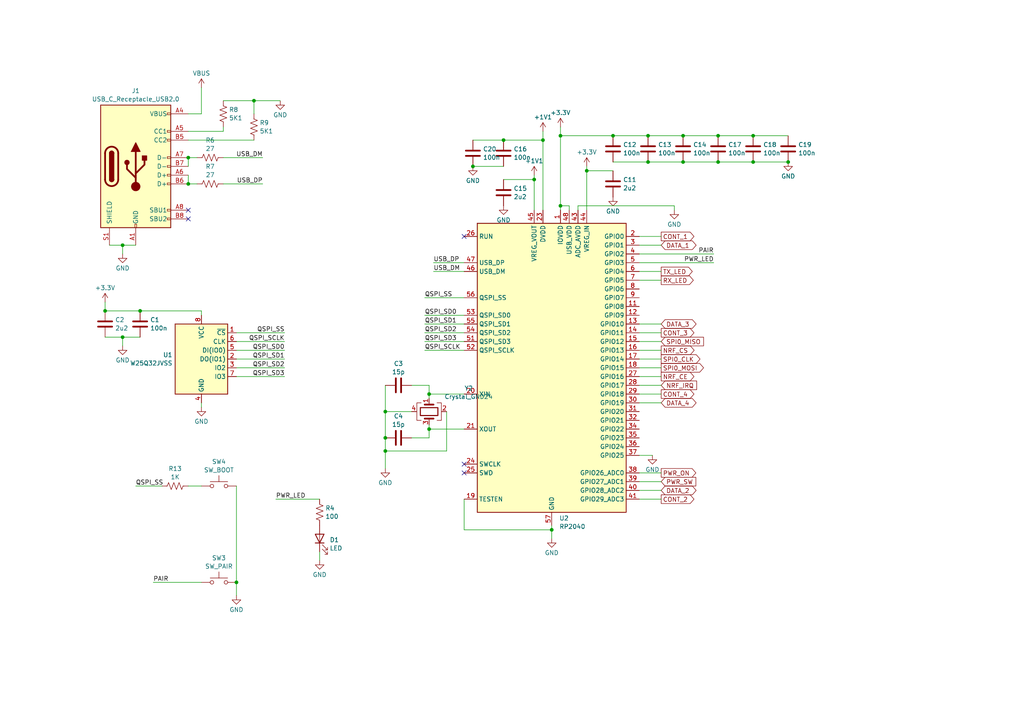
<source format=kicad_sch>
(kicad_sch (version 20230121) (generator eeschema)
  (paper "A4")
  (lib_symbols
    (symbol "Connector:USB_C_Receptacle_USB2.0" (pin_names (offset 1.016))
      (property "Reference" "J" (at -10.16 19.05 0))
      (property "Value" "USB_C_Receptacle_USB2.0" (at 19.05 19.05 0))
      (symbol "USB_C_Receptacle_USB2.0_0_0"
        (rectangle (start -0.254 -17.78) (end 0.254 -16.764))
        (rectangle (start 10.16 -14.986) (end 9.144 -15.494))
        (rectangle (start 10.16 -12.446) (end 9.144 -12.954))
        (rectangle (start 10.16 -4.826) (end 9.144 -5.334))
        (rectangle (start 10.16 -2.286) (end 9.144 -2.794))
        (rectangle (start 10.16 0.254) (end 9.144 -0.254))
        (rectangle (start 10.16 2.794) (end 9.144 2.286))
        (rectangle (start 10.16 7.874) (end 9.144 7.366))
        (rectangle (start 10.16 10.414) (end 9.144 9.906))
        (rectangle (start 10.16 15.494) (end 9.144 14.986))
      )
      (symbol "USB_C_Receptacle_USB2.0_0_1"
        (rectangle (start -10.16 17.78) (end 10.16 -17.78) (stroke (width 0.254)) (fill (type background)))
        (arc (start -8.89 -3.81) (mid -6.985 -5.7067) (end -5.08 -3.81) (stroke (width 0.508)))
        (arc (start -7.62 -3.81) (mid -6.985 -4.4423) (end -6.35 -3.81) (stroke (width 0.254)))
        (arc (start -7.62 -3.81) (mid -6.985 -4.4423) (end -6.35 -3.81) (stroke (width 0.254)) (fill (type outline)))
        (rectangle (start -7.62 -3.81) (end -6.35 3.81) (stroke (width 0.254)) (fill (type outline)))
        (arc (start -6.35 3.81) (mid -6.985 4.4423) (end -7.62 3.81) (stroke (width 0.254)))
        (arc (start -6.35 3.81) (mid -6.985 4.4423) (end -7.62 3.81) (stroke (width 0.254)) (fill (type outline)))
        (arc (start -5.08 3.81) (mid -6.985 5.7067) (end -8.89 3.81) (stroke (width 0.508)))
        (circle (center -2.54 1.143) (radius 0.635) (stroke (width 0.254)) (fill (type outline)))
        (circle (center 0 -5.842) (radius 1.27) (fill (type outline)))
        (polyline (pts (xy -8.89 -3.81) (xy -8.89 3.81)) (stroke (width 0.508)))
        (polyline (pts (xy -5.08 3.81) (xy -5.08 -3.81)) (stroke (width 0.508)))
        (polyline (pts (xy 0 -5.842) (xy 0 4.318)) (stroke (width 0.508)))
        (polyline (pts (xy 0 -3.302) (xy -2.54 -0.762) (xy -2.54 0.508)) (stroke (width 0.508)))
        (polyline (pts (xy 0 -2.032) (xy 2.54 0.508) (xy 2.54 1.778)) (stroke (width 0.508)))
        (polyline (pts (xy -1.27 4.318) (xy 0 6.858) (xy 1.27 4.318) (xy -1.27 4.318)) (stroke (width 0.254)) (fill (type outline)))
        (rectangle (start 1.905 1.778) (end 3.175 3.048) (stroke (width 0.254)) (fill (type outline)))
      )
      (symbol "USB_C_Receptacle_USB2.0_1_1"
        (pin passive line (at 0 -22.86 90) (length 5.08) (name "GND") (number "A1"))
        (pin passive line (at 0 -22.86 90) (length 5.08) hide (name "GND") (number "A12"))
        (pin passive line (at 15.24 15.24 180) (length 5.08) (name "VBUS") (number "A4"))
        (pin bidirectional line (at 15.24 10.16 180) (length 5.08) (name "CC1") (number "A5"))
        (pin bidirectional line (at 15.24 -2.54 180) (length 5.08) (name "D+") (number "A6"))
        (pin bidirectional line (at 15.24 2.54 180) (length 5.08) (name "D-") (number "A7"))
        (pin bidirectional line (at 15.24 -12.7 180) (length 5.08) (name "SBU1") (number "A8"))
        (pin passive line (at 15.24 15.24 180) (length 5.08) hide (name "VBUS") (number "A9"))
        (pin passive line (at 0 -22.86 90) (length 5.08) hide (name "GND") (number "B1"))
        (pin passive line (at 0 -22.86 90) (length 5.08) hide (name "GND") (number "B12"))
        (pin passive line (at 15.24 15.24 180) (length 5.08) hide (name "VBUS") (number "B4"))
        (pin bidirectional line (at 15.24 7.62 180) (length 5.08) (name "CC2") (number "B5"))
        (pin bidirectional line (at 15.24 -5.08 180) (length 5.08) (name "D+") (number "B6"))
        (pin bidirectional line (at 15.24 0 180) (length 5.08) (name "D-") (number "B7"))
        (pin bidirectional line (at 15.24 -15.24 180) (length 5.08) (name "SBU2") (number "B8"))
        (pin passive line (at 15.24 15.24 180) (length 5.08) hide (name "VBUS") (number "B9"))
        (pin passive line (at -7.62 -22.86 90) (length 5.08) (name "SHIELD") (number "S1"))
      )
    )
    (symbol "Device:C" (pin_numbers hide) (pin_names (offset 0.254))
      (property "Reference" "C" (at 0.635 2.54 0))
      (property "Value" "C" (at 0.635 -2.54 0))
      (symbol "C_0_1"
        (polyline (pts (xy -2.032 -0.762) (xy 2.032 -0.762)) (stroke (width 0.508)))
        (polyline (pts (xy -2.032 0.762) (xy 2.032 0.762)) (stroke (width 0.508)))
      )
      (symbol "C_1_1"
        (pin passive line (at 0 3.81 270) (length 2.794) (name "~") (number "1"))
        (pin passive line (at 0 -3.81 90) (length 2.794) (name "~") (number "2"))
      )
    )
    (symbol "Device:Crystal_GND24" (pin_names (offset 1.016) hide)
      (property "Reference" "Y" (at 3.175 5.08 0))
      (property "Value" "Crystal_GND24" (at 3.175 3.175 0))
      (symbol "Crystal_GND24_0_1"
        (rectangle (start -1.143 2.54) (end 1.143 -2.54) (stroke (width 0.3048)))
        (polyline (pts (xy -2.54 0) (xy -2.032 0)))
        (polyline (pts (xy -2.032 -1.27) (xy -2.032 1.27)) (stroke (width 0.508)))
        (polyline (pts (xy 0 -3.81) (xy 0 -3.556)))
        (polyline (pts (xy 0 3.556) (xy 0 3.81)))
        (polyline (pts (xy 2.032 -1.27) (xy 2.032 1.27)) (stroke (width 0.508)))
        (polyline (pts (xy 2.032 0) (xy 2.54 0)))
        (polyline (pts (xy -2.54 -2.286) (xy -2.54 -3.556) (xy 2.54 -3.556) (xy 2.54 -2.286)))
        (polyline (pts (xy -2.54 2.286) (xy -2.54 3.556) (xy 2.54 3.556) (xy 2.54 2.286)))
      )
      (symbol "Crystal_GND24_1_1"
        (pin passive line (at -3.81 0 0) (length 1.27) (name "1") (number "1"))
        (pin passive line (at 0 5.08 270) (length 1.27) (name "2") (number "2"))
        (pin passive line (at 3.81 0 180) (length 1.27) (name "3") (number "3"))
        (pin passive line (at 0 -5.08 90) (length 1.27) (name "4") (number "4"))
      )
    )
    (symbol "Device:LED" (pin_numbers hide) (pin_names (offset 1.016) hide)
      (property "Reference" "D" (at 0 2.54 0))
      (property "Value" "LED" (at 0 -2.54 0))
      (symbol "LED_0_1"
        (polyline (pts (xy -1.27 -1.27) (xy -1.27 1.27)) (stroke (width 0.254)))
        (polyline (pts (xy -1.27 0) (xy 1.27 0)))
        (polyline (pts (xy 1.27 -1.27) (xy 1.27 1.27) (xy -1.27 0) (xy 1.27 -1.27)) (stroke (width 0.254)))
        (polyline (pts (xy -3.048 -0.762) (xy -4.572 -2.286) (xy -3.81 -2.286) (xy -4.572 -2.286) (xy -4.572 -1.524)))
        (polyline (pts (xy -1.778 -0.762) (xy -3.302 -2.286) (xy -2.54 -2.286) (xy -3.302 -2.286) (xy -3.302 -1.524)))
      )
      (symbol "LED_1_1"
        (pin passive line (at -3.81 0 0) (length 2.54) (name "K") (number "1"))
        (pin passive line (at 3.81 0 180) (length 2.54) (name "A") (number "2"))
      )
    )
    (symbol "Device:R_US" (pin_numbers hide) (pin_names (offset 0))
      (property "Reference" "R" (at 2.54 0 90))
      (property "Value" "R_US" (at -2.54 0 90))
      (symbol "R_US_0_1"
        (polyline (pts (xy 0 -2.286) (xy 0 -2.54)))
        (polyline (pts (xy 0 2.286) (xy 0 2.54)))
        (polyline (pts (xy 0 -0.762) (xy 1.016 -1.143) (xy 0 -1.524) (xy -1.016 -1.905) (xy 0 -2.286)))
        (polyline (pts (xy 0 0.762) (xy 1.016 0.381) (xy 0 0) (xy -1.016 -0.381) (xy 0 -0.762)))
        (polyline (pts (xy 0 2.286) (xy 1.016 1.905) (xy 0 1.524) (xy -1.016 1.143) (xy 0 0.762)))
      )
      (symbol "R_US_1_1"
        (pin passive line (at 0 3.81 270) (length 1.27) (name "~") (number "1"))
        (pin passive line (at 0 -3.81 90) (length 1.27) (name "~") (number "2"))
      )
    )
    (symbol "MCU_RaspberryPi:RP2040"
      (property "Reference" "U" (at 17.78 45.72 0))
      (property "Value" "RP2040" (at 17.78 43.18 0))
      (symbol "RP2040_0_1"
        (rectangle (start -21.59 41.91) (end 21.59 -41.91) (stroke (width 0.254)) (fill (type background)))
      )
      (symbol "RP2040_1_1"
        (pin power_in line (at 2.54 45.72 270) (length 3.81) (name "IOVDD") (number "1"))
        (pin passive line (at 2.54 45.72 270) (length 3.81) hide (name "IOVDD") (number "10"))
        (pin bidirectional line (at 25.4 17.78 180) (length 3.81) (name "GPIO8") (number "11"))
        (pin bidirectional line (at 25.4 15.24 180) (length 3.81) (name "GPIO9") (number "12"))
        (pin bidirectional line (at 25.4 12.7 180) (length 3.81) (name "GPIO10") (number "13"))
        (pin bidirectional line (at 25.4 10.16 180) (length 3.81) (name "GPIO11") (number "14"))
        (pin bidirectional line (at 25.4 7.62 180) (length 3.81) (name "GPIO12") (number "15"))
        (pin bidirectional line (at 25.4 5.08 180) (length 3.81) (name "GPIO13") (number "16"))
        (pin bidirectional line (at 25.4 2.54 180) (length 3.81) (name "GPIO14") (number "17"))
        (pin bidirectional line (at 25.4 0 180) (length 3.81) (name "GPIO15") (number "18"))
        (pin input line (at -25.4 -38.1 0) (length 3.81) (name "TESTEN") (number "19"))
        (pin bidirectional line (at 25.4 38.1 180) (length 3.81) (name "GPIO0") (number "2"))
        (pin input line (at -25.4 -7.62 0) (length 3.81) (name "XIN") (number "20"))
        (pin passive line (at -25.4 -17.78 0) (length 3.81) (name "XOUT") (number "21"))
        (pin passive line (at 2.54 45.72 270) (length 3.81) hide (name "IOVDD") (number "22"))
        (pin power_in line (at -2.54 45.72 270) (length 3.81) (name "DVDD") (number "23"))
        (pin input line (at -25.4 -27.94 0) (length 3.81) (name "SWCLK") (number "24"))
        (pin bidirectional line (at -25.4 -30.48 0) (length 3.81) (name "SWD") (number "25"))
        (pin input line (at -25.4 38.1 0) (length 3.81) (name "RUN") (number "26"))
        (pin bidirectional line (at 25.4 -2.54 180) (length 3.81) (name "GPIO16") (number "27"))
        (pin bidirectional line (at 25.4 -5.08 180) (length 3.81) (name "GPIO17") (number "28"))
        (pin bidirectional line (at 25.4 -7.62 180) (length 3.81) (name "GPIO18") (number "29"))
        (pin bidirectional line (at 25.4 35.56 180) (length 3.81) (name "GPIO1") (number "3"))
        (pin bidirectional line (at 25.4 -10.16 180) (length 3.81) (name "GPIO19") (number "30"))
        (pin bidirectional line (at 25.4 -12.7 180) (length 3.81) (name "GPIO20") (number "31"))
        (pin bidirectional line (at 25.4 -15.24 180) (length 3.81) (name "GPIO21") (number "32"))
        (pin passive line (at 2.54 45.72 270) (length 3.81) hide (name "IOVDD") (number "33"))
        (pin bidirectional line (at 25.4 -17.78 180) (length 3.81) (name "GPIO22") (number "34"))
        (pin bidirectional line (at 25.4 -20.32 180) (length 3.81) (name "GPIO23") (number "35"))
        (pin bidirectional line (at 25.4 -22.86 180) (length 3.81) (name "GPIO24") (number "36"))
        (pin bidirectional line (at 25.4 -25.4 180) (length 3.81) (name "GPIO25") (number "37"))
        (pin bidirectional line (at 25.4 -30.48 180) (length 3.81) (name "GPIO26_ADC0") (number "38"))
        (pin bidirectional line (at 25.4 -33.02 180) (length 3.81) (name "GPIO27_ADC1") (number "39"))
        (pin bidirectional line (at 25.4 33.02 180) (length 3.81) (name "GPIO2") (number "4"))
        (pin bidirectional line (at 25.4 -35.56 180) (length 3.81) (name "GPIO28_ADC2") (number "40"))
        (pin bidirectional line (at 25.4 -38.1 180) (length 3.81) (name "GPIO29_ADC3") (number "41"))
        (pin passive line (at 2.54 45.72 270) (length 3.81) hide (name "IOVDD") (number "42"))
        (pin power_in line (at 7.62 45.72 270) (length 3.81) (name "ADC_AVDD") (number "43"))
        (pin power_in line (at 10.16 45.72 270) (length 3.81) (name "VREG_IN") (number "44"))
        (pin power_out line (at -5.08 45.72 270) (length 3.81) (name "VREG_VOUT") (number "45"))
        (pin bidirectional line (at -25.4 27.94 0) (length 3.81) (name "USB_DM") (number "46"))
        (pin bidirectional line (at -25.4 30.48 0) (length 3.81) (name "USB_DP") (number "47"))
        (pin power_in line (at 5.08 45.72 270) (length 3.81) (name "USB_VDD") (number "48"))
        (pin passive line (at 2.54 45.72 270) (length 3.81) hide (name "IOVDD") (number "49"))
        (pin bidirectional line (at 25.4 30.48 180) (length 3.81) (name "GPIO3") (number "5"))
        (pin passive line (at -2.54 45.72 270) (length 3.81) hide (name "DVDD") (number "50"))
        (pin bidirectional line (at -25.4 7.62 0) (length 3.81) (name "QSPI_SD3") (number "51"))
        (pin output line (at -25.4 5.08 0) (length 3.81) (name "QSPI_SCLK") (number "52"))
        (pin bidirectional line (at -25.4 15.24 0) (length 3.81) (name "QSPI_SD0") (number "53"))
        (pin bidirectional line (at -25.4 10.16 0) (length 3.81) (name "QSPI_SD2") (number "54"))
        (pin bidirectional line (at -25.4 12.7 0) (length 3.81) (name "QSPI_SD1") (number "55"))
        (pin bidirectional line (at -25.4 20.32 0) (length 3.81) (name "QSPI_SS") (number "56"))
        (pin power_in line (at 0 -45.72 90) (length 3.81) (name "GND") (number "57"))
        (pin bidirectional line (at 25.4 27.94 180) (length 3.81) (name "GPIO4") (number "6"))
        (pin bidirectional line (at 25.4 25.4 180) (length 3.81) (name "GPIO5") (number "7"))
        (pin bidirectional line (at 25.4 22.86 180) (length 3.81) (name "GPIO6") (number "8"))
        (pin bidirectional line (at 25.4 20.32 180) (length 3.81) (name "GPIO7") (number "9"))
      )
    )
    (symbol "Memory_Flash:W25Q32JVSS"
      (property "Reference" "U" (at -6.35 11.43 0))
      (property "Value" "W25Q32JVSS" (at 7.62 11.43 0))
      (symbol "W25Q32JVSS_0_1"
        (rectangle (start -7.62 10.16) (end 7.62 -10.16) (stroke (width 0.254)) (fill (type background)))
      )
      (symbol "W25Q32JVSS_1_1"
        (pin input line (at -10.16 7.62 0) (length 2.54) (name "~{CS}") (number "1"))
        (pin bidirectional line (at -10.16 0 0) (length 2.54) (name "DO(IO1)") (number "2"))
        (pin bidirectional line (at -10.16 -2.54 0) (length 2.54) (name "IO2") (number "3"))
        (pin power_in line (at 0 -12.7 90) (length 2.54) (name "GND") (number "4"))
        (pin bidirectional line (at -10.16 2.54 0) (length 2.54) (name "DI(IO0)") (number "5"))
        (pin input line (at -10.16 5.08 0) (length 2.54) (name "CLK") (number "6"))
        (pin bidirectional line (at -10.16 -5.08 0) (length 2.54) (name "IO3") (number "7"))
        (pin power_in line (at 0 12.7 270) (length 2.54) (name "VCC") (number "8"))
      )
    )
    (symbol "Switch:SW_Push" (pin_numbers hide) (pin_names (offset 1.016) hide)
      (property "Reference" "SW" (at 1.27 2.54 0))
      (property "Value" "SW_Push" (at 0 -1.524 0))
      (symbol "SW_Push_0_1"
        (circle (center -2.032 0) (radius 0.508))
        (polyline (pts (xy 0 1.27) (xy 0 3.048)))
        (polyline (pts (xy 2.54 1.27) (xy -2.54 1.27)))
        (circle (center 2.032 0) (radius 0.508))
        (pin passive line (at -5.08 0 0) (length 2.54) (name "1") (number "1"))
        (pin passive line (at 5.08 0 180) (length 2.54) (name "2") (number "2"))
      )
    )
    (symbol "power:+1V1" (power) (pin_names (offset 0))
      (property "Value" "+1V1" (at 0 3.556 0))
      (symbol "+1V1_0_1"
        (polyline (pts (xy -0.762 1.27) (xy 0 2.54)))
        (polyline (pts (xy 0 0) (xy 0 2.54)))
        (polyline (pts (xy 0 2.54) (xy 0.762 1.27)))
      )
      (symbol "+1V1_1_1"
        (pin power_in line (at 0 0 90) (length 0) hide (name "+1V1") (number "1"))
      )
    )
    (symbol "power:+3.3V" (power) (pin_names (offset 0))
      (property "Value" "+3.3V" (at 0 3.556 0))
      (symbol "+3.3V_0_1"
        (polyline (pts (xy -0.762 1.27) (xy 0 2.54)))
        (polyline (pts (xy 0 0) (xy 0 2.54)))
        (polyline (pts (xy 0 2.54) (xy 0.762 1.27)))
      )
      (symbol "+3.3V_1_1"
        (pin power_in line (at 0 0 90) (length 0) hide (name "+3.3V") (number "1"))
      )
    )
    (symbol "power:GND" (power) (pin_names (offset 0))
      (property "Value" "GND" (at 0 -3.81 0))
      (symbol "GND_0_1"
        (polyline (pts (xy 0 0) (xy 0 -1.27) (xy 1.27 -1.27) (xy 0 -2.54) (xy -1.27 -1.27) (xy 0 -1.27)))
      )
      (symbol "GND_1_1"
        (pin power_in line (at 0 0 270) (length 0) hide (name "GND") (number "1"))
      )
    )
    (symbol "power:VBUS" (power) (pin_names (offset 0))
      (property "Value" "VBUS" (at 0 3.81 0))
      (symbol "VBUS_0_1"
        (polyline (pts (xy -0.762 1.27) (xy 0 2.54)))
        (polyline (pts (xy 0 0) (xy 0 2.54)))
        (polyline (pts (xy 0 2.54) (xy 0.762 1.27)))
      )
      (symbol "VBUS_1_1"
        (pin power_in line (at 0 0 90) (length 0) hide (name "VBUS") (number "1"))
      )
    )
  )
  (junction (at 124.46 124.46))
  (junction (at 124.46 114.3))
  (junction (at 218.44 39.37))
  (junction (at 198.12 39.37))
  (junction (at 54.61 45.72))
  (junction (at 146.05 40.64))
  (junction (at 208.28 39.37))
  (junction (at 111.76 130.81))
  (junction (at 187.96 46.99))
  (junction (at 160.02 153.67))
  (junction (at 170.18 49.53))
  (junction (at 40.64 90.17))
  (junction (at 198.12 46.99))
  (junction (at 35.56 97.79))
  (junction (at 35.56 71.12))
  (junction (at 154.94 52.07))
  (junction (at 30.48 90.17))
  (junction (at 54.61 53.34))
  (junction (at 73.66 29.21))
  (junction (at 137.16 48.26))
  (junction (at 187.96 39.37))
  (junction (at 218.44 46.99))
  (junction (at 162.56 39.37))
  (junction (at 111.76 119.38))
  (junction (at 157.48 40.64))
  (junction (at 177.8 39.37))
  (junction (at 208.28 46.99))
  (junction (at 228.6 46.99))
  (junction (at 162.56 59.69))
  (junction (at 111.76 127))
  (junction (at 68.58 168.91))
  (no_connect (at 54.61 63.5))
  (no_connect (at 134.62 68.58))
  (no_connect (at 134.62 134.62))
  (no_connect (at 54.61 60.96))
  (no_connect (at 134.62 137.16))
  (wire (pts (xy 64.77 29.21) (xy 73.66 29.21)))
  (wire (pts (xy 185.42 81.28) (xy 191.77 81.28)))
  (wire (pts (xy 185.42 76.2) (xy 207.01 76.2)))
  (wire (pts (xy 185.42 109.22) (xy 191.77 109.22)))
  (wire (pts (xy 35.56 97.79) (xy 40.64 97.79)))
  (wire (pts (xy 68.58 106.68) (xy 82.55 106.68)))
  (wire (pts (xy 35.56 71.12) (xy 35.56 73.66)))
  (wire (pts (xy 185.42 101.6) (xy 191.77 101.6)))
  (wire (pts (xy 54.61 33.02) (xy 58.42 33.02)))
  (wire (pts (xy 162.56 39.37) (xy 177.8 39.37)))
  (wire (pts (xy 111.76 119.38) (xy 119.38 119.38)))
  (wire (pts (xy 185.42 139.7) (xy 191.77 139.7)))
  (wire (pts (xy 44.45 168.91) (xy 58.42 168.91)))
  (wire (pts (xy 185.42 99.06) (xy 191.77 99.06)))
  (wire (pts (xy 73.66 29.21) (xy 73.66 33.02)))
  (wire (pts (xy 134.62 153.67) (xy 160.02 153.67)))
  (wire (pts (xy 123.19 93.98) (xy 134.62 93.98)))
  (wire (pts (xy 162.56 36.83) (xy 162.56 39.37)))
  (wire (pts (xy 167.64 60.96) (xy 167.64 59.69)))
  (wire (pts (xy 58.42 116.84) (xy 58.42 118.11)))
  (wire (pts (xy 39.37 140.97) (xy 46.99 140.97)))
  (wire (pts (xy 30.48 90.17) (xy 40.64 90.17)))
  (wire (pts (xy 124.46 123.19) (xy 124.46 124.46)))
  (wire (pts (xy 125.73 76.2) (xy 134.62 76.2)))
  (wire (pts (xy 160.02 153.67) (xy 160.02 156.21)))
  (wire (pts (xy 177.8 39.37) (xy 187.96 39.37)))
  (wire (pts (xy 185.42 137.16) (xy 191.77 137.16)))
  (wire (pts (xy 134.62 144.78) (xy 134.62 153.67)))
  (wire (pts (xy 92.71 160.02) (xy 92.71 162.56)))
  (wire (pts (xy 54.61 45.72) (xy 57.15 45.72)))
  (wire (pts (xy 124.46 114.3) (xy 124.46 115.57)))
  (wire (pts (xy 58.42 25.4) (xy 58.42 33.02)))
  (wire (pts (xy 123.19 96.52) (xy 134.62 96.52)))
  (wire (pts (xy 170.18 49.53) (xy 177.8 49.53)))
  (wire (pts (xy 185.42 111.76) (xy 191.77 111.76)))
  (wire (pts (xy 124.46 111.76) (xy 124.46 114.3)))
  (wire (pts (xy 64.77 45.72) (xy 76.2 45.72)))
  (wire (pts (xy 68.58 99.06) (xy 82.55 99.06)))
  (wire (pts (xy 146.05 40.64) (xy 157.48 40.64)))
  (wire (pts (xy 80.01 144.78) (xy 92.71 144.78)))
  (wire (pts (xy 54.61 38.1) (xy 64.77 38.1)))
  (wire (pts (xy 54.61 53.34) (xy 57.15 53.34)))
  (wire (pts (xy 137.16 40.64) (xy 146.05 40.64)))
  (wire (pts (xy 208.28 46.99) (xy 218.44 46.99)))
  (wire (pts (xy 177.8 46.99) (xy 187.96 46.99)))
  (wire (pts (xy 54.61 140.97) (xy 58.42 140.97)))
  (wire (pts (xy 64.77 53.34) (xy 76.2 53.34)))
  (wire (pts (xy 162.56 60.96) (xy 162.56 59.69)))
  (wire (pts (xy 68.58 140.97) (xy 68.58 168.91)))
  (wire (pts (xy 195.58 59.69) (xy 195.58 60.96)))
  (wire (pts (xy 185.42 114.3) (xy 191.77 114.3)))
  (wire (pts (xy 157.48 38.1) (xy 157.48 40.64)))
  (wire (pts (xy 154.94 50.8) (xy 154.94 52.07)))
  (wire (pts (xy 208.28 39.37) (xy 218.44 39.37)))
  (wire (pts (xy 137.16 48.26) (xy 146.05 48.26)))
  (wire (pts (xy 157.48 40.64) (xy 157.48 60.96)))
  (wire (pts (xy 35.56 71.12) (xy 39.37 71.12)))
  (wire (pts (xy 185.42 71.12) (xy 191.77 71.12)))
  (wire (pts (xy 185.42 96.52) (xy 191.77 96.52)))
  (wire (pts (xy 64.77 38.1) (xy 64.77 36.83)))
  (wire (pts (xy 185.42 132.08) (xy 189.23 132.08)))
  (wire (pts (xy 111.76 130.81) (xy 111.76 135.89)))
  (wire (pts (xy 68.58 104.14) (xy 82.55 104.14)))
  (wire (pts (xy 134.62 114.3) (xy 124.46 114.3)))
  (wire (pts (xy 167.64 59.69) (xy 195.58 59.69)))
  (wire (pts (xy 170.18 48.26) (xy 170.18 49.53)))
  (wire (pts (xy 185.42 93.98) (xy 191.77 93.98)))
  (wire (pts (xy 160.02 152.4) (xy 160.02 153.67)))
  (wire (pts (xy 187.96 39.37) (xy 198.12 39.37)))
  (wire (pts (xy 198.12 46.99) (xy 208.28 46.99)))
  (wire (pts (xy 154.94 52.07) (xy 146.05 52.07)))
  (wire (pts (xy 111.76 119.38) (xy 111.76 127)))
  (wire (pts (xy 40.64 90.17) (xy 58.42 90.17)))
  (wire (pts (xy 218.44 39.37) (xy 228.6 39.37)))
  (wire (pts (xy 54.61 45.72) (xy 54.61 48.26)))
  (wire (pts (xy 165.1 59.69) (xy 162.56 59.69)))
  (wire (pts (xy 123.19 91.44) (xy 134.62 91.44)))
  (wire (pts (xy 129.54 119.38) (xy 129.54 130.81)))
  (wire (pts (xy 68.58 168.91) (xy 68.58 172.72)))
  (wire (pts (xy 187.96 46.99) (xy 198.12 46.99)))
  (wire (pts (xy 123.19 101.6) (xy 134.62 101.6)))
  (wire (pts (xy 124.46 124.46) (xy 134.62 124.46)))
  (wire (pts (xy 119.38 111.76) (xy 124.46 111.76)))
  (wire (pts (xy 162.56 59.69) (xy 162.56 39.37)))
  (wire (pts (xy 185.42 104.14) (xy 191.77 104.14)))
  (wire (pts (xy 185.42 144.78) (xy 191.77 144.78)))
  (wire (pts (xy 123.19 86.36) (xy 134.62 86.36)))
  (wire (pts (xy 124.46 127) (xy 124.46 124.46)))
  (wire (pts (xy 119.38 127) (xy 124.46 127)))
  (wire (pts (xy 185.42 78.74) (xy 191.77 78.74)))
  (wire (pts (xy 68.58 109.22) (xy 82.55 109.22)))
  (wire (pts (xy 54.61 50.8) (xy 54.61 53.34)))
  (wire (pts (xy 185.42 73.66) (xy 207.01 73.66)))
  (wire (pts (xy 68.58 96.52) (xy 82.55 96.52)))
  (wire (pts (xy 35.56 97.79) (xy 35.56 100.33)))
  (wire (pts (xy 111.76 111.76) (xy 111.76 119.38)))
  (wire (pts (xy 58.42 90.17) (xy 58.42 91.44)))
  (wire (pts (xy 30.48 97.79) (xy 35.56 97.79)))
  (wire (pts (xy 31.75 71.12) (xy 35.56 71.12)))
  (wire (pts (xy 125.73 78.74) (xy 134.62 78.74)))
  (wire (pts (xy 165.1 60.96) (xy 165.1 59.69)))
  (wire (pts (xy 185.42 142.24) (xy 191.77 142.24)))
  (wire (pts (xy 198.12 39.37) (xy 208.28 39.37)))
  (wire (pts (xy 185.42 106.68) (xy 191.77 106.68)))
  (wire (pts (xy 54.61 40.64) (xy 73.66 40.64)))
  (wire (pts (xy 218.44 46.99) (xy 228.6 46.99)))
  (wire (pts (xy 111.76 127) (xy 111.76 130.81)))
  (wire (pts (xy 154.94 60.96) (xy 154.94 52.07)))
  (wire (pts (xy 185.42 68.58) (xy 191.77 68.58)))
  (wire (pts (xy 129.54 130.81) (xy 111.76 130.81)))
  (wire (pts (xy 73.66 29.21) (xy 81.28 29.21)))
  (wire (pts (xy 170.18 60.96) (xy 170.18 49.53)))
  (wire (pts (xy 185.42 116.84) (xy 191.77 116.84)))
  (wire (pts (xy 68.58 101.6) (xy 82.55 101.6)))
  (wire (pts (xy 30.48 87.63) (xy 30.48 90.17)))
  (wire (pts (xy 123.19 99.06) (xy 134.62 99.06)))
  (label "QSPI_SD3" (at 123.19 99.06 0))
  (label "USB_DP" (at 76.2 53.34 180))
  (label "QSPI_SS" (at 82.55 96.52 180))
  (label "QSPI_SS" (at 39.37 140.97 0))
  (label "USB_DM" (at 76.2 45.72 180))
  (label "QSPI_SD0" (at 82.55 101.6 180))
  (label "QSPI_SD2" (at 123.19 96.52 0))
  (label "QSPI_SCLK" (at 82.55 99.06 180))
  (label "QSPI_SD1" (at 82.55 104.14 180))
  (label "QSPI_SD2" (at 82.55 106.68 180))
  (label "USB_DM" (at 125.73 78.74 0))
  (label "QSPI_SD3" (at 82.55 109.22 180))
  (label "PWR_LED" (at 80.01 144.78 0))
  (label "QSPI_SS" (at 123.19 86.36 0))
  (label "PAIR" (at 44.45 168.91 0))
  (label "QSPI_SCLK" (at 123.19 101.6 0))
  (label "QSPI_SD0" (at 123.19 91.44 0))
  (label "QSPI_SD1" (at 123.19 93.98 0))
  (label "PAIR" (at 207.01 73.66 180))
  (label "PWR_LED" (at 207.01 76.2 180))
  (label "USB_DP" (at 125.73 76.2 0))
  (global_label "TX_LED" (shape output) (at 191.77 78.74 0) (property "Intersheetrefs" "${INTERSHEET_REFS}" (effects hide)))
  (global_label "NRF_IRQ" (shape input) (at 191.77 111.76 0) (property "Intersheetrefs" "${INTERSHEET_REFS}" (effects hide)))
  (global_label "DATA_3" (shape bidirectional) (at 191.77 93.98 0) (property "Intersheetrefs" "${INTERSHEET_REFS}" (effects hide)))
  (global_label "SPI0_CLK" (shape output) (at 191.77 104.14 0) (property "Intersheetrefs" "${INTERSHEET_REFS}" (effects hide)))
  (global_label "SPI0_MOSI" (shape output) (at 191.77 106.68 0) (property "Intersheetrefs" "${INTERSHEET_REFS}" (effects hide)))
  (global_label "CONT_1" (shape output) (at 191.77 68.58 0) (property "Intersheetrefs" "${INTERSHEET_REFS}" (effects hide)))
  (global_label "SPI0_MISO" (shape input) (at 191.77 99.06 0) (property "Intersheetrefs" "${INTERSHEET_REFS}" (effects hide)))
  (global_label "PWR_ON" (shape output) (at 191.77 137.16 0) (property "Intersheetrefs" "${INTERSHEET_REFS}" (effects hide)))
  (global_label "DATA_2" (shape bidirectional) (at 191.77 142.24 0) (property "Intersheetrefs" "${INTERSHEET_REFS}" (effects hide)))
  (global_label "DATA_1" (shape bidirectional) (at 191.77 71.12 0) (property "Intersheetrefs" "${INTERSHEET_REFS}" (effects hide)))
  (global_label "CONT_3" (shape output) (at 191.77 96.52 0) (property "Intersheetrefs" "${INTERSHEET_REFS}" (effects hide)))
  (global_label "DATA_4" (shape bidirectional) (at 191.77 116.84 0) (property "Intersheetrefs" "${INTERSHEET_REFS}" (effects hide)))
  (global_label "RX_LED" (shape output) (at 191.77 81.28 0) (property "Intersheetrefs" "${INTERSHEET_REFS}" (effects hide)))
  (global_label "PWR_SW" (shape input) (at 191.77 139.7 0) (property "Intersheetrefs" "${INTERSHEET_REFS}" (effects hide)))
  (global_label "CONT_4" (shape output) (at 191.77 114.3 0) (property "Intersheetrefs" "${INTERSHEET_REFS}" (effects hide)))
  (global_label "NRF_CS" (shape output) (at 191.77 101.6 0) (property "Intersheetrefs" "${INTERSHEET_REFS}" (effects hide)))
  (global_label "CONT_2" (shape output) (at 191.77 144.78 0) (property "Intersheetrefs" "${INTERSHEET_REFS}" (effects hide)))
  (global_label "NRF_CE" (shape output) (at 191.77 109.22 0) (property "Intersheetrefs" "${INTERSHEET_REFS}" (effects hide)))
  (symbol (lib_id "Device:C") (at 198.12 43.18 0) (unit 1)
    (property "Reference" "C14" (at 201.041 41.9679 0) (effects (justify left)))
    (property "Value" "100n" (at 201.041 44.3921 0) (effects (justify left)))
    (property "Footprint" "Capacitor_SMD:C_0603_1608Metric" (effects hide))
  )
  (symbol (lib_id "Device:Crystal_GND24") (at 124.46 119.38 270) (unit 1)
    (property "Reference" "Y2" (at 135.9406 112.6256 90))
    (property "Value" "Crystal_GND24" (at 135.9406 115.0498 90))
    (property "Footprint" "Crystal:Crystal_SMD_Abracon_ABM8G-4Pin_3.2x2.5mm" (effects hide))
  )
  (symbol (lib_id "Connector:USB_C_Receptacle_USB2.0") (at 39.37 48.26 0) (unit 1)
    (property "Reference" "J1" (at 39.37 26.3357 0))
    (property "Value" "USB_C_Receptacle_USB2.0" (at 39.37 28.7599 0))
    (property "Footprint" "Connector_USB:USB_C_Receptacle_GCT_USB4105-xx-A_16P_TopMnt_Horizontal" (effects hide))
    (property "Datasheet" "https://www.usb.org/sites/default/files/documents/usb_type-c.zip" (effects hide))
  )
  (symbol (lib_id "power:GND") (at 195.58 60.96 0) (unit 1)
    (property "Reference" "#PWR032" (effects hide))
    (property "Value" "GND" (at 195.58 65.0931 0))
  )
  (symbol (lib_id "power:GND") (at 58.42 118.11 0) (unit 1)
    (property "Reference" "#PWR026" (effects hide))
    (property "Value" "GND" (at 58.42 122.2431 0))
  )
  (symbol (lib_id "Switch:SW_Push") (at 63.5 140.97 0) (unit 1)
    (property "Reference" "SW4" (at 63.5 133.9047 0))
    (property "Value" "SW_BOOT" (at 63.5 136.3289 0))
    (property "Footprint" "Button_Switch_SMD:SW_SPST_TL3342" (effects hide))
  )
  (symbol (lib_id "power:GND") (at 177.8 57.15 0) (unit 1)
    (property "Reference" "#PWR044" (effects hide))
    (property "Value" "GND" (at 177.8 61.2831 0))
  )
  (symbol (lib_id "Device:C") (at 146.05 44.45 0) (unit 1)
    (property "Reference" "C16" (at 148.971 43.2379 0) (effects (justify left)))
    (property "Value" "100n" (at 148.971 45.6621 0) (effects (justify left)))
    (property "Footprint" "Capacitor_SMD:C_0603_1608Metric" (effects hide))
  )
  (symbol (lib_id "Device:C") (at 30.48 93.98 0) (unit 1)
    (property "Reference" "C2" (at 33.401 92.7679 0) (effects (justify left)))
    (property "Value" "2u2" (at 33.401 95.1921 0) (effects (justify left)))
    (property "Footprint" "Capacitor_SMD:C_0603_1608Metric" (effects hide))
  )
  (symbol (lib_id "Device:C") (at 218.44 43.18 0) (unit 1)
    (property "Reference" "C18" (at 221.361 41.9679 0) (effects (justify left)))
    (property "Value" "100n" (at 221.361 44.3921 0) (effects (justify left)))
    (property "Footprint" "Capacitor_SMD:C_0603_1608Metric" (effects hide))
  )
  (symbol (lib_id "Device:C") (at 177.8 43.18 0) (unit 1)
    (property "Reference" "C12" (at 180.721 41.9679 0) (effects (justify left)))
    (property "Value" "100n" (at 180.721 44.3921 0) (effects (justify left)))
    (property "Footprint" "Capacitor_SMD:C_0603_1608Metric" (effects hide))
  )
  (symbol (lib_id "power:GND") (at 35.56 100.33 0) (unit 1)
    (property "Reference" "#PWR027" (effects hide))
    (property "Value" "GND" (at 35.56 104.4631 0))
  )
  (symbol (lib_id "power:GND") (at 146.05 59.69 0) (unit 1)
    (property "Reference" "#PWR033" (effects hide))
    (property "Value" "GND" (at 146.05 63.8231 0))
  )
  (symbol (lib_id "power:GND") (at 228.6 46.99 0) (unit 1)
    (property "Reference" "#PWR049" (effects hide))
    (property "Value" "GND" (at 228.6 51.1231 0))
  )
  (symbol (lib_id "Device:R_US") (at 60.96 53.34 90) (unit 1)
    (property "Reference" "R7" (at 60.96 48.3067 90))
    (property "Value" "27" (at 60.96 50.7309 90))
    (property "Footprint" "Resistor_SMD:R_0603_1608Metric" (effects hide))
  )
  (symbol (lib_id "Device:R_US") (at 50.8 140.97 90) (unit 1)
    (property "Reference" "R13" (at 50.8 135.9367 90))
    (property "Value" "1K" (at 50.8 138.3609 90))
    (property "Footprint" "Resistor_SMD:R_0603_1608Metric" (effects hide))
  )
  (symbol (lib_id "power:+3.3V") (at 162.56 36.83 0) (unit 1)
    (property "Reference" "#PWR052" (effects hide))
    (property "Value" "+3.3V" (at 162.56 32.6969 0))
  )
  (symbol (lib_id "Device:R_US") (at 64.77 33.02 180) (unit 1)
    (property "Reference" "R8" (at 66.421 31.8079 0) (effects (justify right)))
    (property "Value" "5K1" (at 66.421 34.2321 0) (effects (justify right)))
    (property "Footprint" "Resistor_SMD:R_0603_1608Metric" (effects hide))
  )
  (symbol (lib_id "Device:C") (at 40.64 93.98 0) (unit 1)
    (property "Reference" "C1" (at 43.561 92.7679 0) (effects (justify left)))
    (property "Value" "100n" (at 43.561 95.1921 0) (effects (justify left)))
    (property "Footprint" "Capacitor_SMD:C_0603_1608Metric" (effects hide))
  )
  (symbol (lib_id "Device:C") (at 228.6 43.18 0) (unit 1)
    (property "Reference" "C19" (at 231.521 41.9679 0) (effects (justify left)))
    (property "Value" "100n" (at 231.521 44.3921 0) (effects (justify left)))
    (property "Footprint" "Capacitor_SMD:C_0603_1608Metric" (effects hide))
  )
  (symbol (lib_id "Device:C") (at 115.57 127 90) (unit 1)
    (property "Reference" "C4" (at 115.57 120.6967 90))
    (property "Value" "15p" (at 115.57 123.1209 90))
    (property "Footprint" "Capacitor_SMD:C_0603_1608Metric" (effects hide))
  )
  (symbol (lib_id "Device:C") (at 137.16 44.45 0) (unit 1)
    (property "Reference" "C20" (at 140.081 43.2379 0) (effects (justify left)))
    (property "Value" "100n" (at 140.081 45.6621 0) (effects (justify left)))
    (property "Footprint" "Capacitor_SMD:C_0603_1608Metric" (effects hide))
  )
  (symbol (lib_id "Device:R_US") (at 92.71 148.59 0) (unit 1)
    (property "Reference" "R4" (at 94.361 147.3779 0) (effects (justify left)))
    (property "Value" "100" (at 94.361 149.8021 0) (effects (justify left)))
    (property "Footprint" "Resistor_SMD:R_0805_2012Metric" (effects hide))
    (instances (project "Controller Interface" (path "" (reference "R4") (unit 1)) (path "" (reference "R14") (unit 1))))
  )
  (symbol (lib_id "Device:C") (at 208.28 43.18 0) (unit 1)
    (property "Reference" "C17" (at 211.201 41.9679 0) (effects (justify left)))
    (property "Value" "100n" (at 211.201 44.3921 0) (effects (justify left)))
    (property "Footprint" "Capacitor_SMD:C_0603_1608Metric" (effects hide))
  )
  (symbol (lib_id "power:+3.3V") (at 170.18 48.26 0) (unit 1)
    (property "Reference" "#PWR051" (effects hide))
    (property "Value" "+3.3V" (at 170.18 44.1269 0))
  )
  (symbol (lib_id "Memory_Flash:W25Q32JVSS") (at 58.42 104.14 0) (mirror y) (unit 1)
    (property "Reference" "U1" (at 50.038 102.9279 0) (effects (justify left)))
    (property "Value" "W25Q32JVSS" (at 50.038 105.3521 0) (effects (justify left)))
    (property "Footprint" "Package_SO:SOIC-8_5.23x5.23mm_P1.27mm" (effects hide))
    (property "Datasheet" "http://www.winbond.com/resource-files/w25q32jv%20revg%2003272018%20plus.pdf" (effects hide))
  )
  (symbol (lib_id "power:+1V1") (at 157.48 38.1 0) (unit 1)
    (property "Reference" "#PWR055" (effects hide))
    (property "Value" "+1V1" (at 157.48 33.9669 0))
  )
  (symbol (lib_id "power:GND") (at 92.71 162.56 0) (unit 1)
    (property "Reference" "#PWR013" (effects hide))
    (property "Value" "GND" (at 92.71 166.6931 0))
    (instances (project "Controller Interface" (path "" (reference "#PWR013") (unit 1)) (path "" (reference "#PWR056") (unit 1))))
  )
  (symbol (lib_id "power:GND") (at 35.56 73.66 0) (unit 1)
    (property "Reference" "#PWR025" (effects hide))
    (property "Value" "GND" (at 35.56 77.7931 0))
  )
  (symbol (lib_id "power:GND") (at 137.16 48.26 0) (unit 1)
    (property "Reference" "#PWR050" (effects hide))
    (property "Value" "GND" (at 137.16 52.3931 0))
  )
  (symbol (lib_id "Device:C") (at 177.8 53.34 0) (unit 1)
    (property "Reference" "C11" (at 180.721 52.1279 0) (effects (justify left)))
    (property "Value" "2u2" (at 180.721 54.5521 0) (effects (justify left)))
    (property "Footprint" "Capacitor_SMD:C_0603_1608Metric" (effects hide))
  )
  (symbol (lib_id "Device:C") (at 115.57 111.76 270) (unit 1)
    (property "Reference" "C3" (at 115.57 105.4567 90))
    (property "Value" "15p" (at 115.57 107.8809 90))
    (property "Footprint" "Capacitor_SMD:C_0603_1608Metric" (effects hide))
  )
  (symbol (lib_id "power:+1V1") (at 154.94 50.8 0) (unit 1)
    (property "Reference" "#PWR054" (effects hide))
    (property "Value" "+1V1" (at 154.94 46.6669 0))
  )
  (symbol (lib_id "Device:R_US") (at 60.96 45.72 90) (unit 1)
    (property "Reference" "R6" (at 60.96 40.6867 90))
    (property "Value" "27" (at 60.96 43.1109 90))
    (property "Footprint" "Resistor_SMD:R_0603_1608Metric" (effects hide))
  )
  (symbol (lib_id "MCU_RaspberryPi:RP2040") (at 160.02 106.68 0) (unit 1)
    (property "Reference" "U2" (at 162.2141 150.3101 0) (effects (justify left)))
    (property "Value" "RP2040" (at 162.2141 152.7343 0) (effects (justify left)))
    (property "Footprint" "Package_DFN_QFN:QFN-56-1EP_7x7mm_P0.4mm_EP3.2x3.2mm" (effects hide))
    (property "Datasheet" "https://datasheets.raspberrypi.com/rp2040/rp2040-datasheet.pdf" (effects hide))
  )
  (symbol (lib_id "power:GND") (at 81.28 29.21 0) (unit 1)
    (property "Reference" "#PWR024" (effects hide))
    (property "Value" "GND" (at 81.28 33.3431 0))
  )
  (symbol (lib_id "power:GND") (at 189.23 132.08 0) (unit 1)
    (property "Reference" "#PWR059" (effects hide))
    (property "Value" "GND" (at 189.23 136.2131 0))
  )
  (symbol (lib_id "power:+3.3V") (at 30.48 87.63 0) (unit 1)
    (property "Reference" "#PWR028" (effects hide))
    (property "Value" "+3.3V" (at 30.48 83.4969 0))
  )
  (symbol (lib_id "Switch:SW_Push") (at 63.5 168.91 0) (unit 1)
    (property "Reference" "SW3" (at 63.5 161.8447 0))
    (property "Value" "SW_PAIR" (at 63.5 164.2689 0))
    (property "Footprint" "Button_Switch_SMD:SW_SPST_TL3342" (effects hide))
  )
  (symbol (lib_id "power:GND") (at 111.76 135.89 0) (unit 1)
    (property "Reference" "#PWR029" (effects hide))
    (property "Value" "GND" (at 111.76 140.0231 0))
  )
  (symbol (lib_id "power:VBUS") (at 58.42 25.4 0) (unit 1)
    (property "Reference" "#PWR023" (effects hide))
    (property "Value" "VBUS" (at 58.42 21.2669 0))
  )
  (symbol (lib_id "Device:R_US") (at 73.66 36.83 180) (unit 1)
    (property "Reference" "R9" (at 75.311 35.6179 0) (effects (justify right)))
    (property "Value" "5K1" (at 75.311 38.0421 0) (effects (justify right)))
    (property "Footprint" "Resistor_SMD:R_0603_1608Metric" (effects hide))
  )
  (symbol (lib_id "Device:LED") (at 92.71 156.21 90) (unit 1)
    (property "Reference" "D1" (at 95.631 156.5854 90) (effects (justify right)))
    (property "Value" "LED" (at 95.631 159.0096 90) (effects (justify right)))
    (property "Footprint" "LED_SMD:LED_0805_2012Metric" (effects hide))
    (instances (project "Controller Interface" (path "" (reference "D1") (unit 1)) (path "" (reference "D7") (unit 1))))
  )
  (symbol (lib_id "power:GND") (at 160.02 156.21 0) (unit 1)
    (property "Reference" "#PWR030" (effects hide))
    (property "Value" "GND" (at 160.02 160.3431 0))
  )
  (symbol (lib_id "Device:C") (at 146.05 55.88 0) (unit 1)
    (property "Reference" "C15" (at 148.971 54.6679 0) (effects (justify left)))
    (property "Value" "2u2" (at 148.971 57.0921 0) (effects (justify left)))
    (property "Footprint" "Capacitor_SMD:C_0603_1608Metric" (effects hide))
  )
  (symbol (lib_id "Device:C") (at 187.96 43.18 0) (unit 1)
    (property "Reference" "C13" (at 190.881 41.9679 0) (effects (justify left)))
    (property "Value" "100n" (at 190.881 44.3921 0) (effects (justify left)))
    (property "Footprint" "Capacitor_SMD:C_0603_1608Metric" (effects hide))
  )
  (symbol (lib_id "power:GND") (at 68.58 172.72 0) (unit 1)
    (property "Reference" "#PWR031" (effects hide))
    (property "Value" "GND" (at 68.58 176.8531 0))
  )
)
</source>
